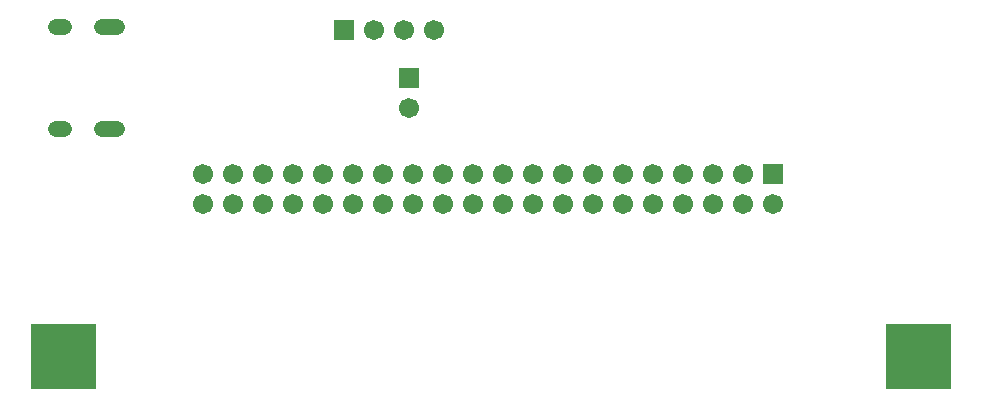
<source format=gbs>
G04 Layer: BottomSolderMaskLayer*
G04 EasyEDA v6.4.19.4, 2021-06-11T02:13:33+02:00*
G04 afcd8683cfac40e295d78014fa455b8c,92d7176e1a3f4c55b0c7f3235df8e186,10*
G04 Gerber Generator version 0.2*
G04 Scale: 100 percent, Rotated: No, Reflected: No *
G04 Dimensions in millimeters *
G04 leading zeros omitted , absolute positions ,4 integer and 5 decimal *
%FSLAX45Y45*%
%MOMM*%

%ADD60C,1.3532*%
%ADD72C,1.7018*%

%LPD*%
D60*
X968095Y4609896D02*
G01*
X898095Y4609896D01*
X968095Y5473903D02*
G01*
X898095Y5473903D01*
X1411102Y4609896D02*
G01*
X1291102Y4609896D01*
X1411102Y5473903D02*
G01*
X1291102Y5473903D01*
G36*
X690118Y2404618D02*
G01*
X690118Y2954781D01*
X1240281Y2954781D01*
X1240281Y2404618D01*
G37*
G36*
X7929118Y2404618D02*
G01*
X7929118Y2954781D01*
X8479281Y2954781D01*
X8479281Y2404618D01*
G37*
D72*
G01*
X3886200Y4787900D03*
G36*
X3801109Y4956810D02*
G01*
X3801109Y5126989D01*
X3971290Y5126989D01*
X3971290Y4956810D01*
G37*
G01*
X2146300Y4229100D03*
G01*
X2146300Y3975100D03*
G01*
X2400300Y4229100D03*
G01*
X2400300Y3975100D03*
G01*
X2654300Y4229100D03*
G01*
X2654300Y3975100D03*
G01*
X2908300Y4229100D03*
G01*
X2908300Y3975100D03*
G01*
X3162300Y4229100D03*
G01*
X3162300Y3975100D03*
G01*
X3416300Y4229100D03*
G01*
X3416300Y3975100D03*
G01*
X3670300Y4229100D03*
G01*
X3670300Y3975100D03*
G01*
X3924300Y4229100D03*
G01*
X3924300Y3975100D03*
G01*
X4178300Y4229100D03*
G01*
X4178300Y3975100D03*
G01*
X4432300Y4229100D03*
G01*
X4432300Y3975100D03*
G01*
X4686300Y4229100D03*
G01*
X4686300Y3975100D03*
G01*
X4940300Y4229100D03*
G01*
X4940300Y3975100D03*
G01*
X5194300Y4229100D03*
G01*
X5194300Y3975100D03*
G01*
X5448300Y4229100D03*
G01*
X5448300Y3975100D03*
G01*
X5702300Y4229100D03*
G01*
X5702300Y3975100D03*
G01*
X5956300Y4229100D03*
G01*
X5956300Y3975100D03*
G01*
X6210300Y4229100D03*
G01*
X6210300Y3975100D03*
G01*
X6464300Y4229100D03*
G01*
X6464300Y3975100D03*
G01*
X6718300Y4229100D03*
G01*
X6718300Y3975100D03*
G36*
X6887209Y4144010D02*
G01*
X6887209Y4314189D01*
X7057390Y4314189D01*
X7057390Y4144010D01*
G37*
G01*
X6972300Y3975100D03*
G01*
X4102100Y5448300D03*
G01*
X3848100Y5448300D03*
G01*
X3594100Y5448300D03*
G36*
X3255009Y5363210D02*
G01*
X3255009Y5533389D01*
X3425190Y5533389D01*
X3425190Y5363210D01*
G37*
M02*

</source>
